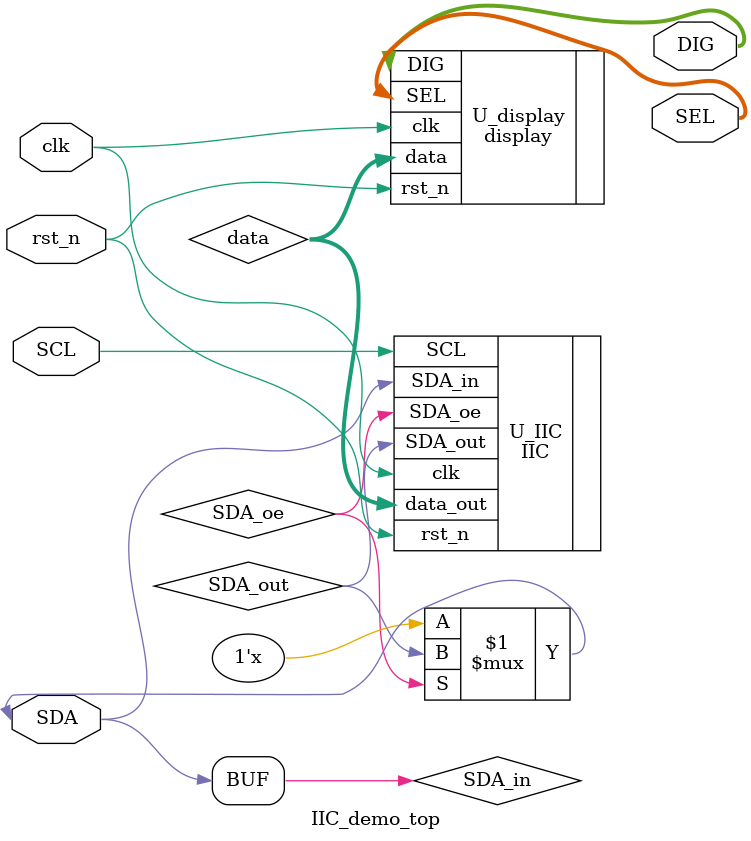
<source format=v>
/*========================================*\
    filename        : IIC_demo.v
    description     : IIC顶层模块
    up file         : 
    reversion       : 
        v1.0 : 2022-8-16 13:47:37
    author          : 张宸君
\*========================================*/

module IIC_demo_top (
    input                               clk             ,
    input                               rst_n           ,
    input                               SCL             ,

    inout                               SDA             ,

    output          [ 5:0]              SEL             ,
    output          [ 7:0]              DIG
);

// Parameter definition
    

// Signal definition
    wire                                SDA_in          ;
    wire                                SDA_out         ;
    wire                                SDA_oe          ;
    wire            [ 7:0]              data            ;

// Module calls
    IIC                 U_IIC(
        /*input                 */      .clk        (clk    ),
        /*input                 */      .rst_n      (rst_n  ),
        /*input                 */      .SCL        (SCL    ),
        /*input                 */      .SDA_in     (SDA_in ),
        /*output  reg           */      .SDA_out    (SDA_out),
        /*output  reg           */      .SDA_oe     (SDA_oe ),
        /*output  reg     [ 7:0]*/      .data_out   (data   )
    );

    display             U_display(
        /*input                 */      .clk        (clk    ),   // 50MHz
        /*input                 */      .rst_n      (rst_n  ),   // 复位信号
        /*input           [ 7:0]*/      .data       (data   ),
        /*output  reg     [ 5:0]*/      .SEL        (SEL    ),   // SEL信号
        /*output  reg     [ 7:0]*/      .DIG        (DIG    )    // DIG信号
    );

// Logic description
    assign SDA_in = SDA;
    assign SDA = SDA_oe ? SDA_out : 1'bz;

endmodule
</source>
